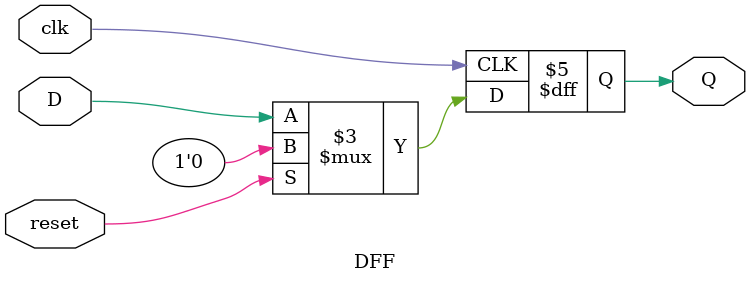
<source format=v>
`timescale 1ns/1ps

module Serial_2_complementer(
   input clk, reset,
   input x,
   output reg q
);

parameter A=1'b0, B=1'b1;
wire state;        
reg next_state;


DFF inst(.clk(clk), .reset(reset), .D(next_state), .Q(state));


always @(*) begin
   case(state)
     A: begin
         if (x == 1'b0) begin
            next_state = A;
            q = 1'b0;
         end else begin
            next_state = B;
            q = 1'b1;
         end
       end

     B: begin
         next_state = B;  
         q = ~x;          
       end
   endcase
end

endmodule



module DFF(
    input clk, reset,
    input D,
    output reg Q
);
always@(posedge clk)begin
     if (reset)
        Q <= 1'b0;  
     else
        Q <= D;
end
endmodule


</source>
